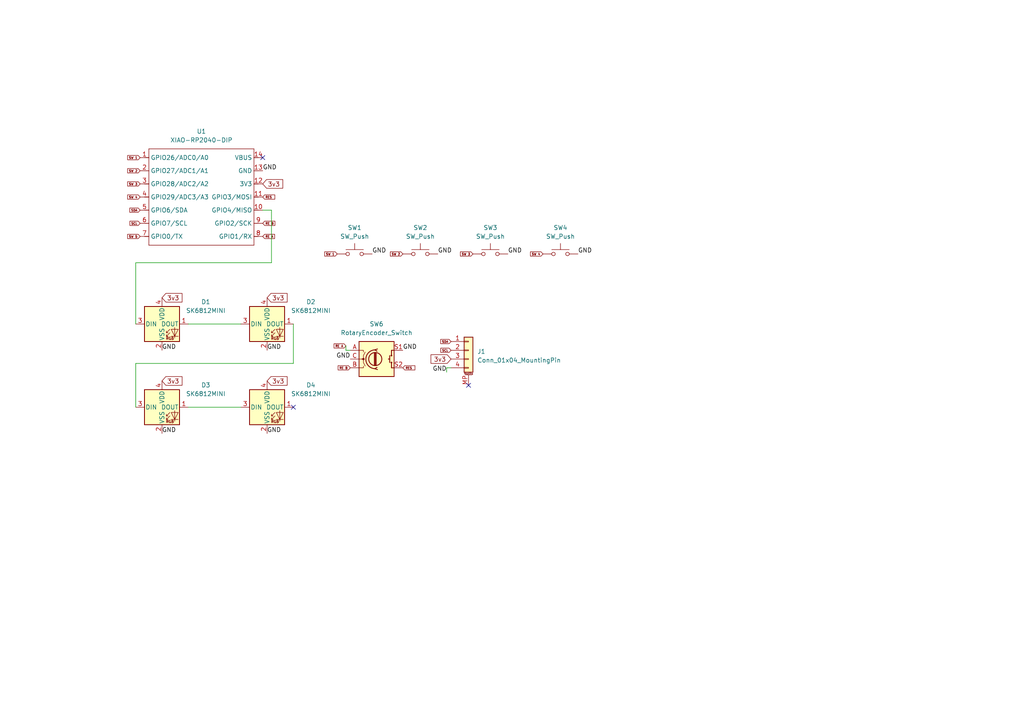
<source format=kicad_sch>
(kicad_sch
	(version 20250114)
	(generator "eeschema")
	(generator_version "9.0")
	(uuid "f0ec49a4-cb6d-4ca0-970f-4a6920ab3b4b")
	(paper "A4")
	(lib_symbols
		(symbol "Connector_Generic_MountingPin:Conn_01x04_MountingPin"
			(pin_names
				(offset 1.016)
				(hide yes)
			)
			(exclude_from_sim no)
			(in_bom yes)
			(on_board yes)
			(property "Reference" "J"
				(at 0 5.08 0)
				(effects
					(font
						(size 1.27 1.27)
					)
				)
			)
			(property "Value" "Conn_01x04_MountingPin"
				(at 1.27 -7.62 0)
				(effects
					(font
						(size 1.27 1.27)
					)
					(justify left)
				)
			)
			(property "Footprint" ""
				(at 0 0 0)
				(effects
					(font
						(size 1.27 1.27)
					)
					(hide yes)
				)
			)
			(property "Datasheet" "~"
				(at 0 0 0)
				(effects
					(font
						(size 1.27 1.27)
					)
					(hide yes)
				)
			)
			(property "Description" "Generic connectable mounting pin connector, single row, 01x04, script generated (kicad-library-utils/schlib/autogen/connector/)"
				(at 0 0 0)
				(effects
					(font
						(size 1.27 1.27)
					)
					(hide yes)
				)
			)
			(property "ki_keywords" "connector"
				(at 0 0 0)
				(effects
					(font
						(size 1.27 1.27)
					)
					(hide yes)
				)
			)
			(property "ki_fp_filters" "Connector*:*_1x??-1MP*"
				(at 0 0 0)
				(effects
					(font
						(size 1.27 1.27)
					)
					(hide yes)
				)
			)
			(symbol "Conn_01x04_MountingPin_1_1"
				(rectangle
					(start -1.27 3.81)
					(end 1.27 -6.35)
					(stroke
						(width 0.254)
						(type default)
					)
					(fill
						(type background)
					)
				)
				(rectangle
					(start -1.27 2.667)
					(end 0 2.413)
					(stroke
						(width 0.1524)
						(type default)
					)
					(fill
						(type none)
					)
				)
				(rectangle
					(start -1.27 0.127)
					(end 0 -0.127)
					(stroke
						(width 0.1524)
						(type default)
					)
					(fill
						(type none)
					)
				)
				(rectangle
					(start -1.27 -2.413)
					(end 0 -2.667)
					(stroke
						(width 0.1524)
						(type default)
					)
					(fill
						(type none)
					)
				)
				(rectangle
					(start -1.27 -4.953)
					(end 0 -5.207)
					(stroke
						(width 0.1524)
						(type default)
					)
					(fill
						(type none)
					)
				)
				(polyline
					(pts
						(xy -1.016 -7.112) (xy 1.016 -7.112)
					)
					(stroke
						(width 0.1524)
						(type default)
					)
					(fill
						(type none)
					)
				)
				(text "Mounting"
					(at 0 -6.731 0)
					(effects
						(font
							(size 0.381 0.381)
						)
					)
				)
				(pin passive line
					(at -5.08 2.54 0)
					(length 3.81)
					(name "Pin_1"
						(effects
							(font
								(size 1.27 1.27)
							)
						)
					)
					(number "1"
						(effects
							(font
								(size 1.27 1.27)
							)
						)
					)
				)
				(pin passive line
					(at -5.08 0 0)
					(length 3.81)
					(name "Pin_2"
						(effects
							(font
								(size 1.27 1.27)
							)
						)
					)
					(number "2"
						(effects
							(font
								(size 1.27 1.27)
							)
						)
					)
				)
				(pin passive line
					(at -5.08 -2.54 0)
					(length 3.81)
					(name "Pin_3"
						(effects
							(font
								(size 1.27 1.27)
							)
						)
					)
					(number "3"
						(effects
							(font
								(size 1.27 1.27)
							)
						)
					)
				)
				(pin passive line
					(at -5.08 -5.08 0)
					(length 3.81)
					(name "Pin_4"
						(effects
							(font
								(size 1.27 1.27)
							)
						)
					)
					(number "4"
						(effects
							(font
								(size 1.27 1.27)
							)
						)
					)
				)
				(pin passive line
					(at 0 -10.16 90)
					(length 3.048)
					(name "MountPin"
						(effects
							(font
								(size 1.27 1.27)
							)
						)
					)
					(number "MP"
						(effects
							(font
								(size 1.27 1.27)
							)
						)
					)
				)
			)
			(embedded_fonts no)
		)
		(symbol "Device:RotaryEncoder_Switch"
			(pin_names
				(offset 0.254)
				(hide yes)
			)
			(exclude_from_sim no)
			(in_bom yes)
			(on_board yes)
			(property "Reference" "SW"
				(at 0 6.604 0)
				(effects
					(font
						(size 1.27 1.27)
					)
				)
			)
			(property "Value" "RotaryEncoder_Switch"
				(at 0 -6.604 0)
				(effects
					(font
						(size 1.27 1.27)
					)
				)
			)
			(property "Footprint" ""
				(at -3.81 4.064 0)
				(effects
					(font
						(size 1.27 1.27)
					)
					(hide yes)
				)
			)
			(property "Datasheet" "~"
				(at 0 6.604 0)
				(effects
					(font
						(size 1.27 1.27)
					)
					(hide yes)
				)
			)
			(property "Description" "Rotary encoder, dual channel, incremental quadrate outputs, with switch"
				(at 0 0 0)
				(effects
					(font
						(size 1.27 1.27)
					)
					(hide yes)
				)
			)
			(property "ki_keywords" "rotary switch encoder switch push button"
				(at 0 0 0)
				(effects
					(font
						(size 1.27 1.27)
					)
					(hide yes)
				)
			)
			(property "ki_fp_filters" "RotaryEncoder*Switch*"
				(at 0 0 0)
				(effects
					(font
						(size 1.27 1.27)
					)
					(hide yes)
				)
			)
			(symbol "RotaryEncoder_Switch_0_1"
				(rectangle
					(start -5.08 5.08)
					(end 5.08 -5.08)
					(stroke
						(width 0.254)
						(type default)
					)
					(fill
						(type background)
					)
				)
				(polyline
					(pts
						(xy -5.08 2.54) (xy -3.81 2.54) (xy -3.81 2.032)
					)
					(stroke
						(width 0)
						(type default)
					)
					(fill
						(type none)
					)
				)
				(polyline
					(pts
						(xy -5.08 0) (xy -3.81 0) (xy -3.81 -1.016) (xy -3.302 -2.032)
					)
					(stroke
						(width 0)
						(type default)
					)
					(fill
						(type none)
					)
				)
				(polyline
					(pts
						(xy -5.08 -2.54) (xy -3.81 -2.54) (xy -3.81 -2.032)
					)
					(stroke
						(width 0)
						(type default)
					)
					(fill
						(type none)
					)
				)
				(polyline
					(pts
						(xy -4.318 0) (xy -3.81 0) (xy -3.81 1.016) (xy -3.302 2.032)
					)
					(stroke
						(width 0)
						(type default)
					)
					(fill
						(type none)
					)
				)
				(circle
					(center -3.81 0)
					(radius 0.254)
					(stroke
						(width 0)
						(type default)
					)
					(fill
						(type outline)
					)
				)
				(polyline
					(pts
						(xy -0.635 -1.778) (xy -0.635 1.778)
					)
					(stroke
						(width 0.254)
						(type default)
					)
					(fill
						(type none)
					)
				)
				(circle
					(center -0.381 0)
					(radius 1.905)
					(stroke
						(width 0.254)
						(type default)
					)
					(fill
						(type none)
					)
				)
				(polyline
					(pts
						(xy -0.381 -1.778) (xy -0.381 1.778)
					)
					(stroke
						(width 0.254)
						(type default)
					)
					(fill
						(type none)
					)
				)
				(arc
					(start -0.381 -2.794)
					(mid -3.0988 -0.0635)
					(end -0.381 2.667)
					(stroke
						(width 0.254)
						(type default)
					)
					(fill
						(type none)
					)
				)
				(polyline
					(pts
						(xy -0.127 1.778) (xy -0.127 -1.778)
					)
					(stroke
						(width 0.254)
						(type default)
					)
					(fill
						(type none)
					)
				)
				(polyline
					(pts
						(xy 0.254 2.921) (xy -0.508 2.667) (xy 0.127 2.286)
					)
					(stroke
						(width 0.254)
						(type default)
					)
					(fill
						(type none)
					)
				)
				(polyline
					(pts
						(xy 0.254 -3.048) (xy -0.508 -2.794) (xy 0.127 -2.413)
					)
					(stroke
						(width 0.254)
						(type default)
					)
					(fill
						(type none)
					)
				)
				(polyline
					(pts
						(xy 3.81 1.016) (xy 3.81 -1.016)
					)
					(stroke
						(width 0.254)
						(type default)
					)
					(fill
						(type none)
					)
				)
				(polyline
					(pts
						(xy 3.81 0) (xy 3.429 0)
					)
					(stroke
						(width 0.254)
						(type default)
					)
					(fill
						(type none)
					)
				)
				(circle
					(center 4.318 1.016)
					(radius 0.127)
					(stroke
						(width 0.254)
						(type default)
					)
					(fill
						(type none)
					)
				)
				(circle
					(center 4.318 -1.016)
					(radius 0.127)
					(stroke
						(width 0.254)
						(type default)
					)
					(fill
						(type none)
					)
				)
				(polyline
					(pts
						(xy 5.08 2.54) (xy 4.318 2.54) (xy 4.318 1.016)
					)
					(stroke
						(width 0.254)
						(type default)
					)
					(fill
						(type none)
					)
				)
				(polyline
					(pts
						(xy 5.08 -2.54) (xy 4.318 -2.54) (xy 4.318 -1.016)
					)
					(stroke
						(width 0.254)
						(type default)
					)
					(fill
						(type none)
					)
				)
			)
			(symbol "RotaryEncoder_Switch_1_1"
				(pin passive line
					(at -7.62 2.54 0)
					(length 2.54)
					(name "A"
						(effects
							(font
								(size 1.27 1.27)
							)
						)
					)
					(number "A"
						(effects
							(font
								(size 1.27 1.27)
							)
						)
					)
				)
				(pin passive line
					(at -7.62 0 0)
					(length 2.54)
					(name "C"
						(effects
							(font
								(size 1.27 1.27)
							)
						)
					)
					(number "C"
						(effects
							(font
								(size 1.27 1.27)
							)
						)
					)
				)
				(pin passive line
					(at -7.62 -2.54 0)
					(length 2.54)
					(name "B"
						(effects
							(font
								(size 1.27 1.27)
							)
						)
					)
					(number "B"
						(effects
							(font
								(size 1.27 1.27)
							)
						)
					)
				)
				(pin passive line
					(at 7.62 2.54 180)
					(length 2.54)
					(name "S1"
						(effects
							(font
								(size 1.27 1.27)
							)
						)
					)
					(number "S1"
						(effects
							(font
								(size 1.27 1.27)
							)
						)
					)
				)
				(pin passive line
					(at 7.62 -2.54 180)
					(length 2.54)
					(name "S2"
						(effects
							(font
								(size 1.27 1.27)
							)
						)
					)
					(number "S2"
						(effects
							(font
								(size 1.27 1.27)
							)
						)
					)
				)
			)
			(embedded_fonts no)
		)
		(symbol "LED:SK6812MINI"
			(pin_names
				(offset 0.254)
			)
			(exclude_from_sim no)
			(in_bom yes)
			(on_board yes)
			(property "Reference" "D"
				(at 5.08 5.715 0)
				(effects
					(font
						(size 1.27 1.27)
					)
					(justify right bottom)
				)
			)
			(property "Value" "SK6812MINI"
				(at 1.27 -5.715 0)
				(effects
					(font
						(size 1.27 1.27)
					)
					(justify left top)
				)
			)
			(property "Footprint" "LED_SMD:LED_SK6812MINI_PLCC4_3.5x3.5mm_P1.75mm"
				(at 1.27 -7.62 0)
				(effects
					(font
						(size 1.27 1.27)
					)
					(justify left top)
					(hide yes)
				)
			)
			(property "Datasheet" "https://cdn-shop.adafruit.com/product-files/2686/SK6812MINI_REV.01-1-2.pdf"
				(at 2.54 -9.525 0)
				(effects
					(font
						(size 1.27 1.27)
					)
					(justify left top)
					(hide yes)
				)
			)
			(property "Description" "RGB LED with integrated controller"
				(at 0 0 0)
				(effects
					(font
						(size 1.27 1.27)
					)
					(hide yes)
				)
			)
			(property "ki_keywords" "RGB LED NeoPixel Mini addressable"
				(at 0 0 0)
				(effects
					(font
						(size 1.27 1.27)
					)
					(hide yes)
				)
			)
			(property "ki_fp_filters" "LED*SK6812MINI*PLCC*3.5x3.5mm*P1.75mm*"
				(at 0 0 0)
				(effects
					(font
						(size 1.27 1.27)
					)
					(hide yes)
				)
			)
			(symbol "SK6812MINI_0_0"
				(text "RGB"
					(at 2.286 -4.191 0)
					(effects
						(font
							(size 0.762 0.762)
						)
					)
				)
			)
			(symbol "SK6812MINI_0_1"
				(polyline
					(pts
						(xy 1.27 -2.54) (xy 1.778 -2.54)
					)
					(stroke
						(width 0)
						(type default)
					)
					(fill
						(type none)
					)
				)
				(polyline
					(pts
						(xy 1.27 -3.556) (xy 1.778 -3.556)
					)
					(stroke
						(width 0)
						(type default)
					)
					(fill
						(type none)
					)
				)
				(polyline
					(pts
						(xy 2.286 -1.524) (xy 1.27 -2.54) (xy 1.27 -2.032)
					)
					(stroke
						(width 0)
						(type default)
					)
					(fill
						(type none)
					)
				)
				(polyline
					(pts
						(xy 2.286 -2.54) (xy 1.27 -3.556) (xy 1.27 -3.048)
					)
					(stroke
						(width 0)
						(type default)
					)
					(fill
						(type none)
					)
				)
				(polyline
					(pts
						(xy 3.683 -1.016) (xy 3.683 -3.556) (xy 3.683 -4.064)
					)
					(stroke
						(width 0)
						(type default)
					)
					(fill
						(type none)
					)
				)
				(polyline
					(pts
						(xy 4.699 -1.524) (xy 2.667 -1.524) (xy 3.683 -3.556) (xy 4.699 -1.524)
					)
					(stroke
						(width 0)
						(type default)
					)
					(fill
						(type none)
					)
				)
				(polyline
					(pts
						(xy 4.699 -3.556) (xy 2.667 -3.556)
					)
					(stroke
						(width 0)
						(type default)
					)
					(fill
						(type none)
					)
				)
				(rectangle
					(start 5.08 5.08)
					(end -5.08 -5.08)
					(stroke
						(width 0.254)
						(type default)
					)
					(fill
						(type background)
					)
				)
			)
			(symbol "SK6812MINI_1_1"
				(pin input line
					(at -7.62 0 0)
					(length 2.54)
					(name "DIN"
						(effects
							(font
								(size 1.27 1.27)
							)
						)
					)
					(number "3"
						(effects
							(font
								(size 1.27 1.27)
							)
						)
					)
				)
				(pin power_in line
					(at 0 7.62 270)
					(length 2.54)
					(name "VDD"
						(effects
							(font
								(size 1.27 1.27)
							)
						)
					)
					(number "4"
						(effects
							(font
								(size 1.27 1.27)
							)
						)
					)
				)
				(pin power_in line
					(at 0 -7.62 90)
					(length 2.54)
					(name "VSS"
						(effects
							(font
								(size 1.27 1.27)
							)
						)
					)
					(number "2"
						(effects
							(font
								(size 1.27 1.27)
							)
						)
					)
				)
				(pin output line
					(at 7.62 0 180)
					(length 2.54)
					(name "DOUT"
						(effects
							(font
								(size 1.27 1.27)
							)
						)
					)
					(number "1"
						(effects
							(font
								(size 1.27 1.27)
							)
						)
					)
				)
			)
			(embedded_fonts no)
		)
		(symbol "OPL:XIAO-RP2040-DIP"
			(exclude_from_sim no)
			(in_bom yes)
			(on_board yes)
			(property "Reference" "U"
				(at 0 0 0)
				(effects
					(font
						(size 1.27 1.27)
					)
				)
			)
			(property "Value" "XIAO-RP2040-DIP"
				(at 5.334 -1.778 0)
				(effects
					(font
						(size 1.27 1.27)
					)
				)
			)
			(property "Footprint" "Module:MOUDLE14P-XIAO-DIP-SMD"
				(at 14.478 -32.258 0)
				(effects
					(font
						(size 1.27 1.27)
					)
					(hide yes)
				)
			)
			(property "Datasheet" ""
				(at 0 0 0)
				(effects
					(font
						(size 1.27 1.27)
					)
					(hide yes)
				)
			)
			(property "Description" ""
				(at 0 0 0)
				(effects
					(font
						(size 1.27 1.27)
					)
					(hide yes)
				)
			)
			(symbol "XIAO-RP2040-DIP_1_0"
				(polyline
					(pts
						(xy -1.27 -2.54) (xy 29.21 -2.54)
					)
					(stroke
						(width 0.1524)
						(type solid)
					)
					(fill
						(type none)
					)
				)
				(polyline
					(pts
						(xy -1.27 -5.08) (xy -2.54 -5.08)
					)
					(stroke
						(width 0.1524)
						(type solid)
					)
					(fill
						(type none)
					)
				)
				(polyline
					(pts
						(xy -1.27 -5.08) (xy -1.27 -2.54)
					)
					(stroke
						(width 0.1524)
						(type solid)
					)
					(fill
						(type none)
					)
				)
				(polyline
					(pts
						(xy -1.27 -8.89) (xy -2.54 -8.89)
					)
					(stroke
						(width 0.1524)
						(type solid)
					)
					(fill
						(type none)
					)
				)
				(polyline
					(pts
						(xy -1.27 -8.89) (xy -1.27 -5.08)
					)
					(stroke
						(width 0.1524)
						(type solid)
					)
					(fill
						(type none)
					)
				)
				(polyline
					(pts
						(xy -1.27 -12.7) (xy -2.54 -12.7)
					)
					(stroke
						(width 0.1524)
						(type solid)
					)
					(fill
						(type none)
					)
				)
				(polyline
					(pts
						(xy -1.27 -12.7) (xy -1.27 -8.89)
					)
					(stroke
						(width 0.1524)
						(type solid)
					)
					(fill
						(type none)
					)
				)
				(polyline
					(pts
						(xy -1.27 -16.51) (xy -2.54 -16.51)
					)
					(stroke
						(width 0.1524)
						(type solid)
					)
					(fill
						(type none)
					)
				)
				(polyline
					(pts
						(xy -1.27 -16.51) (xy -1.27 -12.7)
					)
					(stroke
						(width 0.1524)
						(type solid)
					)
					(fill
						(type none)
					)
				)
				(polyline
					(pts
						(xy -1.27 -20.32) (xy -2.54 -20.32)
					)
					(stroke
						(width 0.1524)
						(type solid)
					)
					(fill
						(type none)
					)
				)
				(polyline
					(pts
						(xy -1.27 -24.13) (xy -2.54 -24.13)
					)
					(stroke
						(width 0.1524)
						(type solid)
					)
					(fill
						(type none)
					)
				)
				(polyline
					(pts
						(xy -1.27 -27.94) (xy -2.54 -27.94)
					)
					(stroke
						(width 0.1524)
						(type solid)
					)
					(fill
						(type none)
					)
				)
				(polyline
					(pts
						(xy -1.27 -30.48) (xy -1.27 -16.51)
					)
					(stroke
						(width 0.1524)
						(type solid)
					)
					(fill
						(type none)
					)
				)
				(polyline
					(pts
						(xy 29.21 -2.54) (xy 29.21 -5.08)
					)
					(stroke
						(width 0.1524)
						(type solid)
					)
					(fill
						(type none)
					)
				)
				(polyline
					(pts
						(xy 29.21 -5.08) (xy 29.21 -8.89)
					)
					(stroke
						(width 0.1524)
						(type solid)
					)
					(fill
						(type none)
					)
				)
				(polyline
					(pts
						(xy 29.21 -8.89) (xy 29.21 -12.7)
					)
					(stroke
						(width 0.1524)
						(type solid)
					)
					(fill
						(type none)
					)
				)
				(polyline
					(pts
						(xy 29.21 -12.7) (xy 29.21 -30.48)
					)
					(stroke
						(width 0.1524)
						(type solid)
					)
					(fill
						(type none)
					)
				)
				(polyline
					(pts
						(xy 29.21 -30.48) (xy -1.27 -30.48)
					)
					(stroke
						(width 0.1524)
						(type solid)
					)
					(fill
						(type none)
					)
				)
				(polyline
					(pts
						(xy 30.48 -5.08) (xy 29.21 -5.08)
					)
					(stroke
						(width 0.1524)
						(type solid)
					)
					(fill
						(type none)
					)
				)
				(polyline
					(pts
						(xy 30.48 -8.89) (xy 29.21 -8.89)
					)
					(stroke
						(width 0.1524)
						(type solid)
					)
					(fill
						(type none)
					)
				)
				(polyline
					(pts
						(xy 30.48 -12.7) (xy 29.21 -12.7)
					)
					(stroke
						(width 0.1524)
						(type solid)
					)
					(fill
						(type none)
					)
				)
				(polyline
					(pts
						(xy 30.48 -16.51) (xy 29.21 -16.51)
					)
					(stroke
						(width 0.1524)
						(type solid)
					)
					(fill
						(type none)
					)
				)
				(polyline
					(pts
						(xy 30.48 -20.32) (xy 29.21 -20.32)
					)
					(stroke
						(width 0.1524)
						(type solid)
					)
					(fill
						(type none)
					)
				)
				(polyline
					(pts
						(xy 30.48 -24.13) (xy 29.21 -24.13)
					)
					(stroke
						(width 0.1524)
						(type solid)
					)
					(fill
						(type none)
					)
				)
				(polyline
					(pts
						(xy 30.48 -27.94) (xy 29.21 -27.94)
					)
					(stroke
						(width 0.1524)
						(type solid)
					)
					(fill
						(type none)
					)
				)
				(pin passive line
					(at -3.81 -5.08 0)
					(length 2.54)
					(name "GPIO26/ADC0/A0"
						(effects
							(font
								(size 1.27 1.27)
							)
						)
					)
					(number "1"
						(effects
							(font
								(size 1.27 1.27)
							)
						)
					)
				)
				(pin passive line
					(at -3.81 -8.89 0)
					(length 2.54)
					(name "GPIO27/ADC1/A1"
						(effects
							(font
								(size 1.27 1.27)
							)
						)
					)
					(number "2"
						(effects
							(font
								(size 1.27 1.27)
							)
						)
					)
				)
				(pin passive line
					(at -3.81 -12.7 0)
					(length 2.54)
					(name "GPIO28/ADC2/A2"
						(effects
							(font
								(size 1.27 1.27)
							)
						)
					)
					(number "3"
						(effects
							(font
								(size 1.27 1.27)
							)
						)
					)
				)
				(pin passive line
					(at -3.81 -16.51 0)
					(length 2.54)
					(name "GPIO29/ADC3/A3"
						(effects
							(font
								(size 1.27 1.27)
							)
						)
					)
					(number "4"
						(effects
							(font
								(size 1.27 1.27)
							)
						)
					)
				)
				(pin passive line
					(at -3.81 -20.32 0)
					(length 2.54)
					(name "GPIO6/SDA"
						(effects
							(font
								(size 1.27 1.27)
							)
						)
					)
					(number "5"
						(effects
							(font
								(size 1.27 1.27)
							)
						)
					)
				)
				(pin passive line
					(at -3.81 -24.13 0)
					(length 2.54)
					(name "GPIO7/SCL"
						(effects
							(font
								(size 1.27 1.27)
							)
						)
					)
					(number "6"
						(effects
							(font
								(size 1.27 1.27)
							)
						)
					)
				)
				(pin passive line
					(at -3.81 -27.94 0)
					(length 2.54)
					(name "GPIO0/TX"
						(effects
							(font
								(size 1.27 1.27)
							)
						)
					)
					(number "7"
						(effects
							(font
								(size 1.27 1.27)
							)
						)
					)
				)
				(pin passive line
					(at 31.75 -5.08 180)
					(length 2.54)
					(name "VBUS"
						(effects
							(font
								(size 1.27 1.27)
							)
						)
					)
					(number "14"
						(effects
							(font
								(size 1.27 1.27)
							)
						)
					)
				)
				(pin passive line
					(at 31.75 -8.89 180)
					(length 2.54)
					(name "GND"
						(effects
							(font
								(size 1.27 1.27)
							)
						)
					)
					(number "13"
						(effects
							(font
								(size 1.27 1.27)
							)
						)
					)
				)
				(pin passive line
					(at 31.75 -12.7 180)
					(length 2.54)
					(name "3V3"
						(effects
							(font
								(size 1.27 1.27)
							)
						)
					)
					(number "12"
						(effects
							(font
								(size 1.27 1.27)
							)
						)
					)
				)
				(pin passive line
					(at 31.75 -16.51 180)
					(length 2.54)
					(name "GPIO3/MOSI"
						(effects
							(font
								(size 1.27 1.27)
							)
						)
					)
					(number "11"
						(effects
							(font
								(size 1.27 1.27)
							)
						)
					)
				)
				(pin passive line
					(at 31.75 -20.32 180)
					(length 2.54)
					(name "GPIO4/MISO"
						(effects
							(font
								(size 1.27 1.27)
							)
						)
					)
					(number "10"
						(effects
							(font
								(size 1.27 1.27)
							)
						)
					)
				)
				(pin passive line
					(at 31.75 -24.13 180)
					(length 2.54)
					(name "GPIO2/SCK"
						(effects
							(font
								(size 1.27 1.27)
							)
						)
					)
					(number "9"
						(effects
							(font
								(size 1.27 1.27)
							)
						)
					)
				)
				(pin passive line
					(at 31.75 -27.94 180)
					(length 2.54)
					(name "GPIO1/RX"
						(effects
							(font
								(size 1.27 1.27)
							)
						)
					)
					(number "8"
						(effects
							(font
								(size 1.27 1.27)
							)
						)
					)
				)
			)
			(embedded_fonts no)
		)
		(symbol "Switch:SW_Push"
			(pin_numbers
				(hide yes)
			)
			(pin_names
				(offset 1.016)
				(hide yes)
			)
			(exclude_from_sim no)
			(in_bom yes)
			(on_board yes)
			(property "Reference" "SW"
				(at 1.27 2.54 0)
				(effects
					(font
						(size 1.27 1.27)
					)
					(justify left)
				)
			)
			(property "Value" "SW_Push"
				(at 0 -1.524 0)
				(effects
					(font
						(size 1.27 1.27)
					)
				)
			)
			(property "Footprint" ""
				(at 0 5.08 0)
				(effects
					(font
						(size 1.27 1.27)
					)
					(hide yes)
				)
			)
			(property "Datasheet" "~"
				(at 0 5.08 0)
				(effects
					(font
						(size 1.27 1.27)
					)
					(hide yes)
				)
			)
			(property "Description" "Push button switch, generic, two pins"
				(at 0 0 0)
				(effects
					(font
						(size 1.27 1.27)
					)
					(hide yes)
				)
			)
			(property "ki_keywords" "switch normally-open pushbutton push-button"
				(at 0 0 0)
				(effects
					(font
						(size 1.27 1.27)
					)
					(hide yes)
				)
			)
			(symbol "SW_Push_0_1"
				(circle
					(center -2.032 0)
					(radius 0.508)
					(stroke
						(width 0)
						(type default)
					)
					(fill
						(type none)
					)
				)
				(polyline
					(pts
						(xy 0 1.27) (xy 0 3.048)
					)
					(stroke
						(width 0)
						(type default)
					)
					(fill
						(type none)
					)
				)
				(circle
					(center 2.032 0)
					(radius 0.508)
					(stroke
						(width 0)
						(type default)
					)
					(fill
						(type none)
					)
				)
				(polyline
					(pts
						(xy 2.54 1.27) (xy -2.54 1.27)
					)
					(stroke
						(width 0)
						(type default)
					)
					(fill
						(type none)
					)
				)
				(pin passive line
					(at -5.08 0 0)
					(length 2.54)
					(name "1"
						(effects
							(font
								(size 1.27 1.27)
							)
						)
					)
					(number "1"
						(effects
							(font
								(size 1.27 1.27)
							)
						)
					)
				)
				(pin passive line
					(at 5.08 0 180)
					(length 2.54)
					(name "2"
						(effects
							(font
								(size 1.27 1.27)
							)
						)
					)
					(number "2"
						(effects
							(font
								(size 1.27 1.27)
							)
						)
					)
				)
			)
			(embedded_fonts no)
		)
	)
	(no_connect
		(at 76.2 45.72)
		(uuid "0039f25d-3273-49bf-85c2-537fd7b81bc6")
	)
	(no_connect
		(at 135.89 111.76)
		(uuid "374be6db-f06d-46ab-a7f9-acdefa7a1c75")
	)
	(no_connect
		(at 85.09 118.11)
		(uuid "fd217cd1-6314-4fd2-8881-7dc7b3e96f0b")
	)
	(wire
		(pts
			(xy 85.09 105.41) (xy 39.37 105.41)
		)
		(stroke
			(width 0)
			(type default)
		)
		(uuid "087e1c22-0739-44c3-977f-a9a73110053b")
	)
	(wire
		(pts
			(xy 54.61 93.98) (xy 69.85 93.98)
		)
		(stroke
			(width 0)
			(type default)
		)
		(uuid "14d0c512-7c49-4f9e-85f2-0d19a97cd9c7")
	)
	(wire
		(pts
			(xy 129.54 107.95) (xy 129.54 106.68)
		)
		(stroke
			(width 0)
			(type default)
		)
		(uuid "45002acc-2195-41c2-bee9-7059d4f3662b")
	)
	(wire
		(pts
			(xy 129.54 106.68) (xy 130.81 106.68)
		)
		(stroke
			(width 0)
			(type default)
		)
		(uuid "471909b6-ab9c-47c2-bc46-244806b8f0f2")
	)
	(wire
		(pts
			(xy 100.33 100.33) (xy 100.33 101.6)
		)
		(stroke
			(width 0)
			(type default)
		)
		(uuid "495b22be-777e-4ca4-9887-61b03c226839")
	)
	(wire
		(pts
			(xy 100.33 101.6) (xy 101.6 101.6)
		)
		(stroke
			(width 0)
			(type default)
		)
		(uuid "56864fba-a51c-4328-9c6c-4612812a83c7")
	)
	(wire
		(pts
			(xy 85.09 93.98) (xy 85.09 105.41)
		)
		(stroke
			(width 0)
			(type default)
		)
		(uuid "63f84fff-d5d2-4938-9f1c-c1386ce77d34")
	)
	(wire
		(pts
			(xy 78.74 60.96) (xy 76.2 60.96)
		)
		(stroke
			(width 0)
			(type default)
		)
		(uuid "6c4f233c-f89d-4143-8474-beb5b9e95c1a")
	)
	(wire
		(pts
			(xy 39.37 76.2) (xy 78.74 76.2)
		)
		(stroke
			(width 0)
			(type default)
		)
		(uuid "8430ffdb-a86d-4ea2-bc64-a95ec160676d")
	)
	(wire
		(pts
			(xy 39.37 105.41) (xy 39.37 118.11)
		)
		(stroke
			(width 0)
			(type default)
		)
		(uuid "99069072-ffe4-4155-a95d-635156a15fba")
	)
	(wire
		(pts
			(xy 39.37 93.98) (xy 39.37 76.2)
		)
		(stroke
			(width 0)
			(type default)
		)
		(uuid "ae092d4d-a107-4b9f-9cdc-4e0a0c8d920e")
	)
	(wire
		(pts
			(xy 78.74 76.2) (xy 78.74 60.96)
		)
		(stroke
			(width 0)
			(type default)
		)
		(uuid "b281f89d-1728-4307-a653-550bba96530c")
	)
	(wire
		(pts
			(xy 54.61 118.11) (xy 69.85 118.11)
		)
		(stroke
			(width 0)
			(type default)
		)
		(uuid "b40d9ee5-ae27-4883-b3f2-33307fbc1873")
	)
	(label "GND"
		(at 46.99 125.73 0)
		(effects
			(font
				(size 1.27 1.27)
			)
			(justify left bottom)
		)
		(uuid "0688807a-6cf2-446d-b50e-f9e5ea473ec8")
	)
	(label "GND"
		(at 76.2 49.53 0)
		(effects
			(font
				(size 1.27 1.27)
			)
			(justify left bottom)
		)
		(uuid "0770e44d-bb4f-4dae-b5f1-52190916c89d")
	)
	(label "GND"
		(at 101.6 104.14 180)
		(effects
			(font
				(size 1.27 1.27)
			)
			(justify right bottom)
		)
		(uuid "0be192ad-403e-4b16-8c05-92f40b390d1c")
	)
	(label "GND"
		(at 46.99 101.6 0)
		(effects
			(font
				(size 1.27 1.27)
			)
			(justify left bottom)
		)
		(uuid "26224fef-ff0d-4ac3-b665-ef6f5c601c3c")
	)
	(label "GND"
		(at 147.32 73.66 0)
		(effects
			(font
				(size 1.27 1.27)
			)
			(justify left bottom)
		)
		(uuid "4027847f-3880-43ce-b5f8-d7d38251bbb1")
	)
	(label "GND"
		(at 107.95 73.66 0)
		(effects
			(font
				(size 1.27 1.27)
			)
			(justify left bottom)
		)
		(uuid "4057de15-eedb-402b-9364-50a5eb5c829e")
	)
	(label "GND"
		(at 77.47 101.6 0)
		(effects
			(font
				(size 1.27 1.27)
			)
			(justify left bottom)
		)
		(uuid "5c73aa64-1873-407f-82d9-91a1f7220f48")
	)
	(label "GND"
		(at 127 73.66 0)
		(effects
			(font
				(size 1.27 1.27)
			)
			(justify left bottom)
		)
		(uuid "6f70ae9e-0fcd-46af-909a-a330296062e2")
	)
	(label "GND"
		(at 167.64 73.66 0)
		(effects
			(font
				(size 1.27 1.27)
			)
			(justify left bottom)
		)
		(uuid "845d666e-c627-4f1b-a7b2-f3818e5375f1")
	)
	(label "GND"
		(at 129.54 107.95 180)
		(effects
			(font
				(size 1.27 1.27)
			)
			(justify right bottom)
		)
		(uuid "a463e694-fc84-49b9-9026-e419e7e5a189")
	)
	(label "GND"
		(at 77.47 125.73 0)
		(effects
			(font
				(size 1.27 1.27)
			)
			(justify left bottom)
		)
		(uuid "c919f638-939e-4b7f-9be4-f894384dedb5")
	)
	(label "GND"
		(at 116.84 101.6 0)
		(effects
			(font
				(size 1.27 1.27)
			)
			(justify left bottom)
		)
		(uuid "ed827f75-4018-47a2-a035-505d4b0574c7")
	)
	(global_label "SCL"
		(shape input)
		(at 130.81 101.6 180)
		(fields_autoplaced yes)
		(effects
			(font
				(size 0.635 0.635)
			)
			(justify right)
		)
		(uuid "0048d5dc-a33d-4d25-a955-4b341384c697")
		(property "Intersheetrefs" "${INTERSHEET_REFS}"
			(at 127.5635 101.6 0)
			(effects
				(font
					(size 1.27 1.27)
				)
				(justify right)
				(hide yes)
			)
		)
	)
	(global_label "3v3"
		(shape input)
		(at 77.47 110.49 0)
		(fields_autoplaced yes)
		(effects
			(font
				(size 1.27 1.27)
			)
			(justify left)
		)
		(uuid "00c5c133-67c1-4591-a609-a52633513aed")
		(property "Intersheetrefs" "${INTERSHEET_REFS}"
			(at 83.8418 110.49 0)
			(effects
				(font
					(size 1.27 1.27)
				)
				(justify left)
				(hide yes)
			)
		)
	)
	(global_label "3v3"
		(shape input)
		(at 76.2 53.34 0)
		(fields_autoplaced yes)
		(effects
			(font
				(size 1.27 1.27)
			)
			(justify left)
		)
		(uuid "0a1d3846-1c21-4e1e-bbfd-c836441464e8")
		(property "Intersheetrefs" "${INTERSHEET_REFS}"
			(at 82.5718 53.34 0)
			(effects
				(font
					(size 1.27 1.27)
				)
				(justify left)
				(hide yes)
			)
		)
	)
	(global_label "RES "
		(shape input)
		(at 116.84 106.68 0)
		(fields_autoplaced yes)
		(effects
			(font
				(size 0.635 0.635)
			)
			(justify left)
		)
		(uuid "0ca86954-d6c2-40a2-99e7-b238ae72c3d2")
		(property "Intersheetrefs" "${INTERSHEET_REFS}"
			(at 120.6308 106.68 0)
			(effects
				(font
					(size 1.27 1.27)
				)
				(justify left)
				(hide yes)
			)
		)
	)
	(global_label "SW 4"
		(shape input)
		(at 157.48 73.66 180)
		(fields_autoplaced yes)
		(effects
			(font
				(size 0.635 0.635)
			)
			(justify right)
		)
		(uuid "1f723856-7474-40b3-b6ce-217d87f27c4f")
		(property "Intersheetrefs" "${INTERSHEET_REFS}"
			(at 153.5682 73.66 0)
			(effects
				(font
					(size 1.27 1.27)
				)
				(justify right)
				(hide yes)
			)
		)
	)
	(global_label "SDA"
		(shape input)
		(at 40.64 60.96 180)
		(fields_autoplaced yes)
		(effects
			(font
				(size 0.635 0.635)
			)
			(justify right)
		)
		(uuid "2fadff75-456e-4423-8911-308cb99fb7c0")
		(property "Intersheetrefs" "${INTERSHEET_REFS}"
			(at 37.3632 60.96 0)
			(effects
				(font
					(size 1.27 1.27)
				)
				(justify right)
				(hide yes)
			)
		)
	)
	(global_label "3v3"
		(shape input)
		(at 77.47 86.36 0)
		(fields_autoplaced yes)
		(effects
			(font
				(size 1.27 1.27)
			)
			(justify left)
		)
		(uuid "3f6140c7-2922-436d-81e0-637dd8d814e6")
		(property "Intersheetrefs" "${INTERSHEET_REFS}"
			(at 83.8418 86.36 0)
			(effects
				(font
					(size 1.27 1.27)
				)
				(justify left)
				(hide yes)
			)
		)
	)
	(global_label "SW 2"
		(shape input)
		(at 116.84 73.66 180)
		(fields_autoplaced yes)
		(effects
			(font
				(size 0.635 0.635)
			)
			(justify right)
		)
		(uuid "46d05f06-cfd5-473f-b629-a04780fb25c3")
		(property "Intersheetrefs" "${INTERSHEET_REFS}"
			(at 112.9282 73.66 0)
			(effects
				(font
					(size 1.27 1.27)
				)
				(justify right)
				(hide yes)
			)
		)
	)
	(global_label "RE B"
		(shape input)
		(at 101.6 106.68 180)
		(fields_autoplaced yes)
		(effects
			(font
				(size 0.635 0.635)
			)
			(justify right)
		)
		(uuid "4b489205-2ddc-43e5-a809-192fa272a70a")
		(property "Intersheetrefs" "${INTERSHEET_REFS}"
			(at 97.779 106.68 0)
			(effects
				(font
					(size 1.27 1.27)
				)
				(justify right)
				(hide yes)
			)
		)
	)
	(global_label "SW 2"
		(shape input)
		(at 40.64 49.53 180)
		(fields_autoplaced yes)
		(effects
			(font
				(size 0.635 0.635)
			)
			(justify right)
		)
		(uuid "5f662f31-cb5d-4dca-a690-c1663f5dc385")
		(property "Intersheetrefs" "${INTERSHEET_REFS}"
			(at 36.7282 49.53 0)
			(effects
				(font
					(size 1.27 1.27)
				)
				(justify right)
				(hide yes)
			)
		)
	)
	(global_label "3v3"
		(shape input)
		(at 130.81 104.14 180)
		(fields_autoplaced yes)
		(effects
			(font
				(size 1.27 1.27)
			)
			(justify right)
		)
		(uuid "618b5ae9-a510-48bc-8e89-6d57eaa3c25d")
		(property "Intersheetrefs" "${INTERSHEET_REFS}"
			(at 124.4382 104.14 0)
			(effects
				(font
					(size 1.27 1.27)
				)
				(justify right)
				(hide yes)
			)
		)
	)
	(global_label "RE A"
		(shape input)
		(at 100.33 100.33 180)
		(fields_autoplaced yes)
		(effects
			(font
				(size 0.635 0.635)
			)
			(justify right)
		)
		(uuid "6b54a75c-fbd7-4b78-b30c-b36baab2c910")
		(property "Intersheetrefs" "${INTERSHEET_REFS}"
			(at 96.5997 100.33 0)
			(effects
				(font
					(size 1.27 1.27)
				)
				(justify right)
				(hide yes)
			)
		)
	)
	(global_label "SDA"
		(shape input)
		(at 130.81 99.06 180)
		(fields_autoplaced yes)
		(effects
			(font
				(size 0.635 0.635)
			)
			(justify right)
		)
		(uuid "76f015de-0ce7-4bd0-bb33-40ceb5f97561")
		(property "Intersheetrefs" "${INTERSHEET_REFS}"
			(at 127.5332 99.06 0)
			(effects
				(font
					(size 1.27 1.27)
				)
				(justify right)
				(hide yes)
			)
		)
	)
	(global_label "SW 3"
		(shape input)
		(at 40.64 53.34 180)
		(fields_autoplaced yes)
		(effects
			(font
				(size 0.635 0.635)
			)
			(justify right)
		)
		(uuid "812e6ec4-6ade-400d-957f-f504ef12ee8d")
		(property "Intersheetrefs" "${INTERSHEET_REFS}"
			(at 36.7282 53.34 0)
			(effects
				(font
					(size 1.27 1.27)
				)
				(justify right)
				(hide yes)
			)
		)
	)
	(global_label "SW 4"
		(shape input)
		(at 40.64 57.15 180)
		(fields_autoplaced yes)
		(effects
			(font
				(size 0.635 0.635)
			)
			(justify right)
		)
		(uuid "85a45f90-e3aa-48d6-85df-a14a6f867826")
		(property "Intersheetrefs" "${INTERSHEET_REFS}"
			(at 36.7282 57.15 0)
			(effects
				(font
					(size 1.27 1.27)
				)
				(justify right)
				(hide yes)
			)
		)
	)
	(global_label "SCL"
		(shape input)
		(at 40.64 64.77 180)
		(fields_autoplaced yes)
		(effects
			(font
				(size 0.635 0.635)
			)
			(justify right)
		)
		(uuid "8a4661ff-f838-4855-8afa-cf1a1ec3cd3e")
		(property "Intersheetrefs" "${INTERSHEET_REFS}"
			(at 37.3935 64.77 0)
			(effects
				(font
					(size 1.27 1.27)
				)
				(justify right)
				(hide yes)
			)
		)
	)
	(global_label "SW 5"
		(shape input)
		(at 40.64 68.58 180)
		(fields_autoplaced yes)
		(effects
			(font
				(size 0.635 0.635)
			)
			(justify right)
		)
		(uuid "942cf66e-6172-4057-9eeb-ebc8773f4aaa")
		(property "Intersheetrefs" "${INTERSHEET_REFS}"
			(at 36.7282 68.58 0)
			(effects
				(font
					(size 1.27 1.27)
				)
				(justify right)
				(hide yes)
			)
		)
	)
	(global_label "3v3"
		(shape input)
		(at 46.99 110.49 0)
		(fields_autoplaced yes)
		(effects
			(font
				(size 1.27 1.27)
			)
			(justify left)
		)
		(uuid "9d4ad802-de72-4888-8b23-9e9bcce69ac0")
		(property "Intersheetrefs" "${INTERSHEET_REFS}"
			(at 53.3618 110.49 0)
			(effects
				(font
					(size 1.27 1.27)
				)
				(justify left)
				(hide yes)
			)
		)
	)
	(global_label "RES "
		(shape input)
		(at 76.2 57.15 0)
		(fields_autoplaced yes)
		(effects
			(font
				(size 0.635 0.635)
			)
			(justify left)
		)
		(uuid "a7b9a8d3-887f-4e46-98d7-e46c6d2b40a8")
		(property "Intersheetrefs" "${INTERSHEET_REFS}"
			(at 79.9908 57.15 0)
			(effects
				(font
					(size 1.27 1.27)
				)
				(justify left)
				(hide yes)
			)
		)
	)
	(global_label "3v3"
		(shape input)
		(at 46.99 86.36 0)
		(fields_autoplaced yes)
		(effects
			(font
				(size 1.27 1.27)
			)
			(justify left)
		)
		(uuid "af70cbcc-922a-4d04-84d2-e7ed2a8e1ee9")
		(property "Intersheetrefs" "${INTERSHEET_REFS}"
			(at 53.3618 86.36 0)
			(effects
				(font
					(size 1.27 1.27)
				)
				(justify left)
				(hide yes)
			)
		)
	)
	(global_label "SW 1"
		(shape input)
		(at 40.64 45.72 180)
		(fields_autoplaced yes)
		(effects
			(font
				(size 0.635 0.635)
			)
			(justify right)
		)
		(uuid "e6ade0c8-dd27-4dff-81a2-9367cb756478")
		(property "Intersheetrefs" "${INTERSHEET_REFS}"
			(at 36.7282 45.72 0)
			(effects
				(font
					(size 1.27 1.27)
				)
				(justify right)
				(hide yes)
			)
		)
	)
	(global_label "RE B"
		(shape input)
		(at 76.2 64.77 0)
		(fields_autoplaced yes)
		(effects
			(font
				(size 0.635 0.635)
			)
			(justify left)
		)
		(uuid "e76d5fed-aeb7-4d55-8880-4b8dd39d4991")
		(property "Intersheetrefs" "${INTERSHEET_REFS}"
			(at 80.021 64.77 0)
			(effects
				(font
					(size 1.27 1.27)
				)
				(justify left)
				(hide yes)
			)
		)
	)
	(global_label "SW 3"
		(shape input)
		(at 137.16 73.66 180)
		(fields_autoplaced yes)
		(effects
			(font
				(size 0.635 0.635)
			)
			(justify right)
		)
		(uuid "f5a968fb-4faa-47b0-a8e6-04894ec34262")
		(property "Intersheetrefs" "${INTERSHEET_REFS}"
			(at 133.2482 73.66 0)
			(effects
				(font
					(size 1.27 1.27)
				)
				(justify right)
				(hide yes)
			)
		)
	)
	(global_label "RE A"
		(shape input)
		(at 76.2 68.58 0)
		(fields_autoplaced yes)
		(effects
			(font
				(size 0.635 0.635)
			)
			(justify left)
		)
		(uuid "f6a9ef16-9a5c-4bab-a19b-c3a707f4ad01")
		(property "Intersheetrefs" "${INTERSHEET_REFS}"
			(at 79.9303 68.58 0)
			(effects
				(font
					(size 1.27 1.27)
				)
				(justify left)
				(hide yes)
			)
		)
	)
	(global_label "SW 1"
		(shape input)
		(at 97.79 73.66 180)
		(fields_autoplaced yes)
		(effects
			(font
				(size 0.635 0.635)
			)
			(justify right)
		)
		(uuid "fde3b9ff-96f2-470f-aebc-5e03b4988170")
		(property "Intersheetrefs" "${INTERSHEET_REFS}"
			(at 93.8782 73.66 0)
			(effects
				(font
					(size 1.27 1.27)
				)
				(justify right)
				(hide yes)
			)
		)
	)
	(symbol
		(lib_id "Switch:SW_Push")
		(at 142.24 73.66 0)
		(unit 1)
		(exclude_from_sim no)
		(in_bom yes)
		(on_board yes)
		(dnp no)
		(fields_autoplaced yes)
		(uuid "104d11ff-077b-4304-84de-0c857cd8fd11")
		(property "Reference" "SW3"
			(at 142.24 66.04 0)
			(effects
				(font
					(size 1.27 1.27)
				)
			)
		)
		(property "Value" "SW_Push"
			(at 142.24 68.58 0)
			(effects
				(font
					(size 1.27 1.27)
				)
			)
		)
		(property "Footprint" "Button_Switch_Keyboard:SW_Cherry_MX_1.00u_PCB"
			(at 142.24 68.58 0)
			(effects
				(font
					(size 1.27 1.27)
				)
				(hide yes)
			)
		)
		(property "Datasheet" "~"
			(at 142.24 68.58 0)
			(effects
				(font
					(size 1.27 1.27)
				)
				(hide yes)
			)
		)
		(property "Description" "Push button switch, generic, two pins"
			(at 142.24 73.66 0)
			(effects
				(font
					(size 1.27 1.27)
				)
				(hide yes)
			)
		)
		(pin "1"
			(uuid "4fbdd26a-ad57-4929-a115-9d732649d818")
		)
		(pin "2"
			(uuid "11cc96c1-dff3-469d-b5fc-6dd06681db92")
		)
		(instances
			(project "Hackpad"
				(path "/f0ec49a4-cb6d-4ca0-970f-4a6920ab3b4b"
					(reference "SW3")
					(unit 1)
				)
			)
		)
	)
	(symbol
		(lib_id "Switch:SW_Push")
		(at 121.92 73.66 0)
		(unit 1)
		(exclude_from_sim no)
		(in_bom yes)
		(on_board yes)
		(dnp no)
		(fields_autoplaced yes)
		(uuid "1aaecd1e-32fd-44af-a2e1-91a44410c875")
		(property "Reference" "SW2"
			(at 121.92 66.04 0)
			(effects
				(font
					(size 1.27 1.27)
				)
			)
		)
		(property "Value" "SW_Push"
			(at 121.92 68.58 0)
			(effects
				(font
					(size 1.27 1.27)
				)
			)
		)
		(property "Footprint" "Button_Switch_Keyboard:SW_Cherry_MX_1.00u_PCB"
			(at 121.92 68.58 0)
			(effects
				(font
					(size 1.27 1.27)
				)
				(hide yes)
			)
		)
		(property "Datasheet" "~"
			(at 121.92 68.58 0)
			(effects
				(font
					(size 1.27 1.27)
				)
				(hide yes)
			)
		)
		(property "Description" "Push button switch, generic, two pins"
			(at 121.92 73.66 0)
			(effects
				(font
					(size 1.27 1.27)
				)
				(hide yes)
			)
		)
		(pin "1"
			(uuid "8d023a24-d2f8-49ba-9746-6c57abb2afe2")
		)
		(pin "2"
			(uuid "8e8e1501-7892-4869-ae26-86dff75fca5b")
		)
		(instances
			(project "Hackpad"
				(path "/f0ec49a4-cb6d-4ca0-970f-4a6920ab3b4b"
					(reference "SW2")
					(unit 1)
				)
			)
		)
	)
	(symbol
		(lib_id "OPL:XIAO-RP2040-DIP")
		(at 44.45 40.64 0)
		(unit 1)
		(exclude_from_sim no)
		(in_bom yes)
		(on_board yes)
		(dnp no)
		(fields_autoplaced yes)
		(uuid "44ba559c-9a25-4090-90aa-2767e4f45238")
		(property "Reference" "U1"
			(at 58.42 38.1 0)
			(effects
				(font
					(size 1.27 1.27)
				)
			)
		)
		(property "Value" "XIAO-RP2040-DIP"
			(at 58.42 40.64 0)
			(effects
				(font
					(size 1.27 1.27)
				)
			)
		)
		(property "Footprint" "OPL:XIAO-RP2040-DIP"
			(at 58.928 72.898 0)
			(effects
				(font
					(size 1.27 1.27)
				)
				(hide yes)
			)
		)
		(property "Datasheet" ""
			(at 44.45 40.64 0)
			(effects
				(font
					(size 1.27 1.27)
				)
				(hide yes)
			)
		)
		(property "Description" ""
			(at 44.45 40.64 0)
			(effects
				(font
					(size 1.27 1.27)
				)
				(hide yes)
			)
		)
		(pin "6"
			(uuid "58934ab8-3d1c-4709-b562-ab3e86538b75")
		)
		(pin "14"
			(uuid "4ee2cfe1-364e-418a-b8e4-5340413e03a8")
		)
		(pin "3"
			(uuid "f8b491f7-3adc-4aef-b0b9-b2c23b563a27")
		)
		(pin "5"
			(uuid "949750dd-4a65-467e-82c0-9a3aa96baea2")
		)
		(pin "7"
			(uuid "5fa96334-447b-4f56-86d6-6efb3e1c03cc")
		)
		(pin "4"
			(uuid "9263b7bb-867e-44d2-ab72-66751a9f116a")
		)
		(pin "12"
			(uuid "5bce3ff9-44de-4be4-a208-364d943a01af")
		)
		(pin "11"
			(uuid "af946025-ee13-4903-af0f-d7f437c9d886")
		)
		(pin "13"
			(uuid "23b262df-84ea-4f59-9b3f-5aeb8111c085")
		)
		(pin "9"
			(uuid "e73df58f-3071-476d-93ba-b6b537a0dd4e")
		)
		(pin "2"
			(uuid "ff53a485-3480-4f01-9f0a-ddc653d2043e")
		)
		(pin "10"
			(uuid "5648cbbe-3aca-43ba-9905-daaeda037be1")
		)
		(pin "8"
			(uuid "6e5e4fa9-b346-421a-9599-fc9c323e7c06")
		)
		(pin "1"
			(uuid "5491acb0-412e-4205-9595-8a5f3217e39e")
		)
		(instances
			(project ""
				(path "/f0ec49a4-cb6d-4ca0-970f-4a6920ab3b4b"
					(reference "U1")
					(unit 1)
				)
			)
		)
	)
	(symbol
		(lib_id "Switch:SW_Push")
		(at 102.87 73.66 0)
		(unit 1)
		(exclude_from_sim no)
		(in_bom yes)
		(on_board yes)
		(dnp no)
		(fields_autoplaced yes)
		(uuid "495f0147-86f6-472e-8ab0-f1b22701e994")
		(property "Reference" "SW1"
			(at 102.87 66.04 0)
			(effects
				(font
					(size 1.27 1.27)
				)
			)
		)
		(property "Value" "SW_Push"
			(at 102.87 68.58 0)
			(effects
				(font
					(size 1.27 1.27)
				)
			)
		)
		(property "Footprint" "Button_Switch_Keyboard:SW_Cherry_MX_1.00u_PCB"
			(at 102.87 68.58 0)
			(effects
				(font
					(size 1.27 1.27)
				)
				(hide yes)
			)
		)
		(property "Datasheet" "~"
			(at 102.87 68.58 0)
			(effects
				(font
					(size 1.27 1.27)
				)
				(hide yes)
			)
		)
		(property "Description" "Push button switch, generic, two pins"
			(at 102.87 73.66 0)
			(effects
				(font
					(size 1.27 1.27)
				)
				(hide yes)
			)
		)
		(pin "1"
			(uuid "f608e71a-16df-4e3b-9324-616b4fb97a51")
		)
		(pin "2"
			(uuid "c2e78542-32a3-45ee-bb50-5b2572b78c1b")
		)
		(instances
			(project ""
				(path "/f0ec49a4-cb6d-4ca0-970f-4a6920ab3b4b"
					(reference "SW1")
					(unit 1)
				)
			)
		)
	)
	(symbol
		(lib_id "Switch:SW_Push")
		(at 162.56 73.66 0)
		(unit 1)
		(exclude_from_sim no)
		(in_bom yes)
		(on_board yes)
		(dnp no)
		(fields_autoplaced yes)
		(uuid "567deabd-ce37-4f75-be37-657401dad71e")
		(property "Reference" "SW4"
			(at 162.56 66.04 0)
			(effects
				(font
					(size 1.27 1.27)
				)
			)
		)
		(property "Value" "SW_Push"
			(at 162.56 68.58 0)
			(effects
				(font
					(size 1.27 1.27)
				)
			)
		)
		(property "Footprint" "Button_Switch_Keyboard:SW_Cherry_MX_1.00u_PCB"
			(at 162.56 68.58 0)
			(effects
				(font
					(size 1.27 1.27)
				)
				(hide yes)
			)
		)
		(property "Datasheet" "~"
			(at 162.56 68.58 0)
			(effects
				(font
					(size 1.27 1.27)
				)
				(hide yes)
			)
		)
		(property "Description" "Push button switch, generic, two pins"
			(at 162.56 73.66 0)
			(effects
				(font
					(size 1.27 1.27)
				)
				(hide yes)
			)
		)
		(pin "1"
			(uuid "74f22ec5-c0ae-4490-9499-1cf6a44c491c")
		)
		(pin "2"
			(uuid "6bd3cd43-9330-41dc-b451-5edf160fb07b")
		)
		(instances
			(project "Hackpad"
				(path "/f0ec49a4-cb6d-4ca0-970f-4a6920ab3b4b"
					(reference "SW4")
					(unit 1)
				)
			)
		)
	)
	(symbol
		(lib_id "LED:SK6812MINI")
		(at 77.47 93.98 0)
		(unit 1)
		(exclude_from_sim no)
		(in_bom yes)
		(on_board yes)
		(dnp no)
		(fields_autoplaced yes)
		(uuid "ad07dfe7-c0e9-40df-92d6-bbc198eb553e")
		(property "Reference" "D2"
			(at 90.17 87.5598 0)
			(effects
				(font
					(size 1.27 1.27)
				)
			)
		)
		(property "Value" "SK6812MINI"
			(at 90.17 90.0998 0)
			(effects
				(font
					(size 1.27 1.27)
				)
			)
		)
		(property "Footprint" "LED_SMD:LED_SK6812MINI_PLCC4_3.5x3.5mm_P1.75mm"
			(at 78.74 101.6 0)
			(effects
				(font
					(size 1.27 1.27)
				)
				(justify left top)
				(hide yes)
			)
		)
		(property "Datasheet" "https://cdn-shop.adafruit.com/product-files/2686/SK6812MINI_REV.01-1-2.pdf"
			(at 80.01 103.505 0)
			(effects
				(font
					(size 1.27 1.27)
				)
				(justify left top)
				(hide yes)
			)
		)
		(property "Description" "RGB LED with integrated controller"
			(at 77.47 93.98 0)
			(effects
				(font
					(size 1.27 1.27)
				)
				(hide yes)
			)
		)
		(pin "3"
			(uuid "41152b21-7a30-410e-aea7-b6c95926d512")
		)
		(pin "4"
			(uuid "8df0be33-3f05-48cd-a17f-25561218e329")
		)
		(pin "2"
			(uuid "e60ea0d0-4381-425a-b543-1f03372554c0")
		)
		(pin "1"
			(uuid "592cfad1-310e-41cd-b36e-741d904179e8")
		)
		(instances
			(project "Hackpad"
				(path "/f0ec49a4-cb6d-4ca0-970f-4a6920ab3b4b"
					(reference "D2")
					(unit 1)
				)
			)
		)
	)
	(symbol
		(lib_id "Connector_Generic_MountingPin:Conn_01x04_MountingPin")
		(at 135.89 101.6 0)
		(unit 1)
		(exclude_from_sim no)
		(in_bom yes)
		(on_board yes)
		(dnp no)
		(fields_autoplaced yes)
		(uuid "b9f85339-3c30-4c60-9b86-45c0529de167")
		(property "Reference" "J1"
			(at 138.43 101.9555 0)
			(effects
				(font
					(size 1.27 1.27)
				)
				(justify left)
			)
		)
		(property "Value" "Conn_01x04_MountingPin"
			(at 138.43 104.4955 0)
			(effects
				(font
					(size 1.27 1.27)
				)
				(justify left)
			)
		)
		(property "Footprint" "Connector_PinHeader_1.00mm:PinHeader_1x04_P1.00mm_Vertical"
			(at 135.89 101.6 0)
			(effects
				(font
					(size 1.27 1.27)
				)
				(hide yes)
			)
		)
		(property "Datasheet" "~"
			(at 135.89 101.6 0)
			(effects
				(font
					(size 1.27 1.27)
				)
				(hide yes)
			)
		)
		(property "Description" "Generic connectable mounting pin connector, single row, 01x04, script generated (kicad-library-utils/schlib/autogen/connector/)"
			(at 135.89 101.6 0)
			(effects
				(font
					(size 1.27 1.27)
				)
				(hide yes)
			)
		)
		(pin "4"
			(uuid "e6578cdc-c143-46df-842b-15f6c41ace6e")
		)
		(pin "1"
			(uuid "b457bdcb-ec50-4b31-94e9-47673fc251a3")
		)
		(pin "MP"
			(uuid "da98025e-723f-4216-9a70-c064d4635b67")
		)
		(pin "2"
			(uuid "ada6cc54-b9d7-484a-a5b4-fc24a67bfa57")
		)
		(pin "3"
			(uuid "f24cc47a-9e65-41d7-9339-76ad39ad94ac")
		)
		(instances
			(project ""
				(path "/f0ec49a4-cb6d-4ca0-970f-4a6920ab3b4b"
					(reference "J1")
					(unit 1)
				)
			)
		)
	)
	(symbol
		(lib_id "LED:SK6812MINI")
		(at 46.99 93.98 0)
		(unit 1)
		(exclude_from_sim no)
		(in_bom yes)
		(on_board yes)
		(dnp no)
		(fields_autoplaced yes)
		(uuid "c745382b-4801-456d-83b6-c1fad886f9ba")
		(property "Reference" "D1"
			(at 59.69 87.5598 0)
			(effects
				(font
					(size 1.27 1.27)
				)
			)
		)
		(property "Value" "SK6812MINI"
			(at 59.69 90.0998 0)
			(effects
				(font
					(size 1.27 1.27)
				)
			)
		)
		(property "Footprint" "LED_SMD:LED_SK6812MINI_PLCC4_3.5x3.5mm_P1.75mm"
			(at 48.26 101.6 0)
			(effects
				(font
					(size 1.27 1.27)
				)
				(justify left top)
				(hide yes)
			)
		)
		(property "Datasheet" "https://cdn-shop.adafruit.com/product-files/2686/SK6812MINI_REV.01-1-2.pdf"
			(at 49.53 103.505 0)
			(effects
				(font
					(size 1.27 1.27)
				)
				(justify left top)
				(hide yes)
			)
		)
		(property "Description" "RGB LED with integrated controller"
			(at 46.99 93.98 0)
			(effects
				(font
					(size 1.27 1.27)
				)
				(hide yes)
			)
		)
		(pin "3"
			(uuid "8af085d6-e848-40c2-bc80-7d7207be5012")
		)
		(pin "4"
			(uuid "86d1ca13-1147-46f4-9c05-a2f2494b9b03")
		)
		(pin "2"
			(uuid "35b3179f-f810-44b3-9839-9db00b5fd528")
		)
		(pin "1"
			(uuid "224477ee-ac99-4db7-82bf-ce310a4b7b35")
		)
		(instances
			(project ""
				(path "/f0ec49a4-cb6d-4ca0-970f-4a6920ab3b4b"
					(reference "D1")
					(unit 1)
				)
			)
		)
	)
	(symbol
		(lib_id "LED:SK6812MINI")
		(at 46.99 118.11 0)
		(unit 1)
		(exclude_from_sim no)
		(in_bom yes)
		(on_board yes)
		(dnp no)
		(fields_autoplaced yes)
		(uuid "ef87cef6-0e6a-484c-88a7-b07f82f5ff60")
		(property "Reference" "D3"
			(at 59.69 111.6898 0)
			(effects
				(font
					(size 1.27 1.27)
				)
			)
		)
		(property "Value" "SK6812MINI"
			(at 59.69 114.2298 0)
			(effects
				(font
					(size 1.27 1.27)
				)
			)
		)
		(property "Footprint" "LED_SMD:LED_SK6812MINI_PLCC4_3.5x3.5mm_P1.75mm"
			(at 48.26 125.73 0)
			(effects
				(font
					(size 1.27 1.27)
				)
				(justify left top)
				(hide yes)
			)
		)
		(property "Datasheet" "https://cdn-shop.adafruit.com/product-files/2686/SK6812MINI_REV.01-1-2.pdf"
			(at 49.53 127.635 0)
			(effects
				(font
					(size 1.27 1.27)
				)
				(justify left top)
				(hide yes)
			)
		)
		(property "Description" "RGB LED with integrated controller"
			(at 46.99 118.11 0)
			(effects
				(font
					(size 1.27 1.27)
				)
				(hide yes)
			)
		)
		(pin "3"
			(uuid "beb84d68-953b-4f5e-9196-99ac845256f3")
		)
		(pin "4"
			(uuid "005e256a-7187-4ad0-8ba4-86d68b5c7f3e")
		)
		(pin "2"
			(uuid "ed209b0d-320f-4502-8d56-8405d6ef55e2")
		)
		(pin "1"
			(uuid "acf89745-e0b7-4fe9-bf4e-21a8a61f65c3")
		)
		(instances
			(project "Hackpad"
				(path "/f0ec49a4-cb6d-4ca0-970f-4a6920ab3b4b"
					(reference "D3")
					(unit 1)
				)
			)
		)
	)
	(symbol
		(lib_id "Device:RotaryEncoder_Switch")
		(at 109.22 104.14 0)
		(unit 1)
		(exclude_from_sim no)
		(in_bom yes)
		(on_board yes)
		(dnp no)
		(fields_autoplaced yes)
		(uuid "f02d16d6-f800-4f89-bb59-4ec43fa1232a")
		(property "Reference" "SW6"
			(at 109.22 93.98 0)
			(effects
				(font
					(size 1.27 1.27)
				)
			)
		)
		(property "Value" "RotaryEncoder_Switch"
			(at 109.22 96.52 0)
			(effects
				(font
					(size 1.27 1.27)
				)
			)
		)
		(property "Footprint" "Rotary_Encoder:RotaryEncoder_Alps_EC11E-Switch_Vertical_H20mm"
			(at 105.41 100.076 0)
			(effects
				(font
					(size 1.27 1.27)
				)
				(hide yes)
			)
		)
		(property "Datasheet" "~"
			(at 109.22 97.536 0)
			(effects
				(font
					(size 1.27 1.27)
				)
				(hide yes)
			)
		)
		(property "Description" "Rotary encoder, dual channel, incremental quadrate outputs, with switch"
			(at 109.22 104.14 0)
			(effects
				(font
					(size 1.27 1.27)
				)
				(hide yes)
			)
		)
		(pin "C"
			(uuid "9cd79798-c064-4dbc-91c8-2283ff392f96")
		)
		(pin "S2"
			(uuid "2f9ffc52-7223-4d71-bb4e-621570d43eaf")
		)
		(pin "S1"
			(uuid "34aea97e-ec66-48a8-a407-634223a3726d")
		)
		(pin "B"
			(uuid "ee914c77-6651-4f26-a9a3-0dee3a029c74")
		)
		(pin "A"
			(uuid "e95ba571-c6c5-473c-a459-fc196423ab2e")
		)
		(instances
			(project ""
				(path "/f0ec49a4-cb6d-4ca0-970f-4a6920ab3b4b"
					(reference "SW6")
					(unit 1)
				)
			)
		)
	)
	(symbol
		(lib_id "LED:SK6812MINI")
		(at 77.47 118.11 0)
		(unit 1)
		(exclude_from_sim no)
		(in_bom yes)
		(on_board yes)
		(dnp no)
		(fields_autoplaced yes)
		(uuid "f2227012-24c6-48ba-bda2-f69e23cc9355")
		(property "Reference" "D4"
			(at 90.17 111.6898 0)
			(effects
				(font
					(size 1.27 1.27)
				)
			)
		)
		(property "Value" "SK6812MINI"
			(at 90.17 114.2298 0)
			(effects
				(font
					(size 1.27 1.27)
				)
			)
		)
		(property "Footprint" "LED_SMD:LED_SK6812MINI_PLCC4_3.5x3.5mm_P1.75mm"
			(at 78.74 125.73 0)
			(effects
				(font
					(size 1.27 1.27)
				)
				(justify left top)
				(hide yes)
			)
		)
		(property "Datasheet" "https://cdn-shop.adafruit.com/product-files/2686/SK6812MINI_REV.01-1-2.pdf"
			(at 80.01 127.635 0)
			(effects
				(font
					(size 1.27 1.27)
				)
				(justify left top)
				(hide yes)
			)
		)
		(property "Description" "RGB LED with integrated controller"
			(at 77.47 118.11 0)
			(effects
				(font
					(size 1.27 1.27)
				)
				(hide yes)
			)
		)
		(pin "3"
			(uuid "f96ae13b-b9c4-4a15-b31f-b630a19f3fb8")
		)
		(pin "4"
			(uuid "e619f828-f553-4947-92bd-c35b32092742")
		)
		(pin "2"
			(uuid "c47f3777-c27f-47ac-819a-95bd5d3cc789")
		)
		(pin "1"
			(uuid "224281dd-391b-4d59-bad7-e55ee1f36026")
		)
		(instances
			(project "Hackpad"
				(path "/f0ec49a4-cb6d-4ca0-970f-4a6920ab3b4b"
					(reference "D4")
					(unit 1)
				)
			)
		)
	)
	(sheet_instances
		(path "/"
			(page "1")
		)
	)
	(embedded_fonts no)
)

</source>
